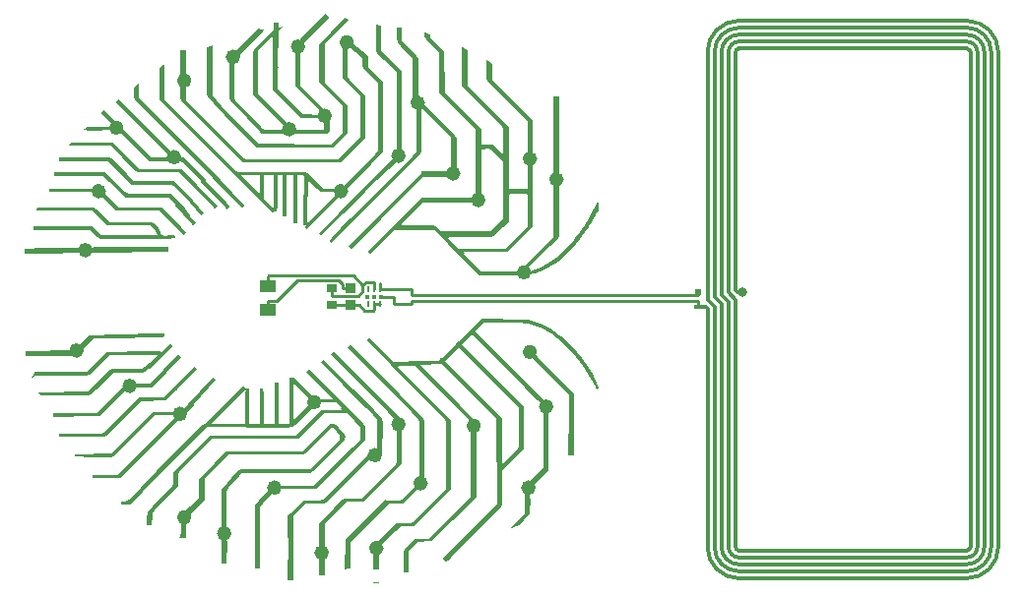
<source format=gtl>
G04 Layer: TopLayer*
G04 EasyEDA v6.5.50, 2025-06-01 17:24:59*
G04 69e65154b6b24189a8545f2fef81dcb9,5ab416c87bd24f2091f84acd62e1526b,10*
G04 Gerber Generator version 0.2*
G04 Scale: 100 percent, Rotated: No, Reflected: No *
G04 Dimensions in millimeters *
G04 leading zeros omitted , absolute positions ,4 integer and 5 decimal *
%FSLAX45Y45*%
%MOMM*%

%AMMACRO1*21,1,$1,$2,0,0,$3*%
%ADD10C,0.2540*%
%ADD11C,0.3000*%
%ADD12R,0.9000X0.8000*%
%ADD13MACRO1,1X1.3995X-90.0000*%
%ADD14R,1.3995X1.0000*%
%ADD15MACRO1,0.864X0.8065X0.0000*%
%ADD16R,0.8640X0.8065*%
%ADD17R,0.2800X0.5000*%
%ADD18R,0.4500X0.3000*%
%ADD19R,0.3000X0.3000*%
%ADD20R,0.7501X0.3000*%
%ADD21C,0.8080*%
%ADD22C,0.6100*%
%ADD23C,0.0100*%

%LPD*%
G36*
X-2716326Y-459638D02*
G01*
X-2720238Y-461111D01*
X-2933750Y-681634D01*
X-2988767Y-737362D01*
X-2981807Y-744321D01*
X-2981807Y-1081074D01*
X-2856331Y-1205687D01*
X-2751886Y-1308557D01*
X-2760980Y-1315212D01*
X-2752293Y-1322374D01*
X-2752293Y-1330502D01*
X-2910078Y-1328826D01*
X-3120034Y-1119784D01*
X-3128060Y-1101344D01*
X-3127959Y-942238D01*
X-3123031Y-921207D01*
X-3126994Y-916432D01*
X-3121863Y-601421D01*
X-3087319Y-568502D01*
X-3090062Y-568502D01*
X-3110687Y-577088D01*
X-3122828Y-577088D01*
X-3120898Y-539851D01*
X-3168243Y-539851D01*
X-3168243Y-598627D01*
X-3312160Y-741781D01*
X-3335985Y-773277D01*
X-3343097Y-793292D01*
X-3343198Y-1150416D01*
X-3338891Y-1156665D01*
X-3297326Y-1156665D01*
X-3297326Y-777240D01*
X-3168243Y-648716D01*
X-3168396Y-670153D01*
X-3173831Y-956564D01*
X-3174238Y-1106220D01*
X-3161842Y-1128369D01*
X-2997555Y-1291742D01*
X-2928721Y-1354785D01*
X-2912770Y-1361694D01*
X-2737154Y-1357985D01*
X-2729382Y-1368602D01*
X-2729382Y-1450340D01*
X-2742184Y-1462227D01*
X-2963113Y-1461414D01*
X-2990850Y-1457096D01*
X-3183991Y-1267256D01*
X-3297326Y-1156665D01*
X-3338891Y-1156665D01*
X-3330752Y-1168450D01*
X-3062122Y-1436166D01*
X-3062122Y-1441958D01*
X-3071571Y-1441958D01*
X-3062122Y-1452422D01*
X-3062122Y-1459128D01*
X-3140964Y-1460449D01*
X-3235655Y-1459077D01*
X-3253740Y-1456131D01*
X-3273094Y-1437640D01*
X-3301390Y-1403299D01*
X-3385159Y-1317396D01*
X-3439769Y-1260094D01*
X-3482035Y-1215339D01*
X-3490722Y-1202842D01*
X-3500983Y-1191717D01*
X-3500983Y-864108D01*
X-3255721Y-610666D01*
X-3257397Y-605028D01*
X-3247644Y-594258D01*
X-3272637Y-594258D01*
X-3288588Y-579018D01*
X-3546652Y-844854D01*
X-3546551Y-1191361D01*
X-3539693Y-1202842D01*
X-3520033Y-1225753D01*
X-3396284Y-1357376D01*
X-3315970Y-1439875D01*
X-3310229Y-1446276D01*
X-3281883Y-1479905D01*
X-3264306Y-1490624D01*
X-2706725Y-1490624D01*
X-2686202Y-1478534D01*
X-2680614Y-1468120D01*
X-2680614Y-1344523D01*
X-2685643Y-1334566D01*
X-2693517Y-1317904D01*
X-2762199Y-1254353D01*
X-2927756Y-1091133D01*
X-2936036Y-1075436D01*
X-2935630Y-748487D01*
X-2745536Y-552754D01*
X-2685034Y-491235D01*
G37*
G36*
X-2552903Y-496671D02*
G01*
X-2676296Y-621690D01*
X-2769108Y-716280D01*
X-2773832Y-733145D01*
X-2773832Y-1049578D01*
X-2574442Y-1248664D01*
X-2574442Y-1484122D01*
X-2598826Y-1511960D01*
X-2670860Y-1584655D01*
X-3287268Y-1581861D01*
X-3302406Y-1576120D01*
X-3341776Y-1532178D01*
X-3450640Y-1420469D01*
X-3519627Y-1348841D01*
X-3611422Y-1254252D01*
X-3693160Y-1167028D01*
X-3693160Y-734415D01*
X-3704386Y-740410D01*
X-3737610Y-747928D01*
X-3738372Y-1151280D01*
X-3731768Y-1168450D01*
X-3724757Y-1180896D01*
X-3717544Y-1188516D01*
X-3680409Y-1231442D01*
X-3628339Y-1285900D01*
X-3585565Y-1331620D01*
X-3419551Y-1499209D01*
X-3416350Y-1504340D01*
X-3321964Y-1602740D01*
X-3302355Y-1610918D01*
X-2647086Y-1610918D01*
X-2593086Y-1554835D01*
X-2552954Y-1512062D01*
X-2528570Y-1484122D01*
X-2528570Y-1255420D01*
X-2535174Y-1242923D01*
X-2578760Y-1197864D01*
X-2726486Y-1052677D01*
X-2726486Y-723646D01*
X-2704134Y-695960D01*
X-2517292Y-510032D01*
G37*
G36*
X-2284730Y-555091D02*
G01*
X-2284730Y-780694D01*
X-2276652Y-796188D01*
X-2214270Y-856335D01*
X-2122678Y-943508D01*
X-2109774Y-963625D01*
X-2109774Y-1681022D01*
X-2441194Y-2010410D01*
X-2503068Y-2067001D01*
X-2500376Y-2074062D01*
X-2607462Y-2179574D01*
X-2777642Y-2346198D01*
X-2753664Y-2369667D01*
X-2372258Y-1996643D01*
X-2373782Y-1989632D01*
X-2177186Y-1798726D01*
X-2073503Y-1695399D01*
X-2063902Y-1675892D01*
X-2063902Y-961034D01*
X-2082546Y-939749D01*
X-2238857Y-786282D01*
X-2238857Y-566775D01*
G37*
G36*
X-2109774Y-576275D02*
G01*
X-2109774Y-677265D01*
X-2098751Y-706272D01*
X-2071065Y-738886D01*
X-1976374Y-836269D01*
X-1969211Y-849071D01*
X-1969211Y-1175461D01*
X-1957171Y-1197102D01*
X-1947011Y-1208532D01*
X-1940560Y-1221079D01*
X-1940560Y-1650441D01*
X-1974545Y-1687880D01*
X-2338476Y-2053386D01*
X-2504186Y-2220264D01*
X-2510586Y-2222347D01*
X-2570175Y-2285034D01*
X-2588361Y-2305405D01*
X-2664460Y-2388412D01*
X-2689606Y-2414828D01*
X-2665120Y-2435758D01*
X-2660954Y-2434234D01*
X-2504998Y-2265273D01*
X-1901748Y-1661007D01*
X-1894636Y-1648206D01*
X-1894636Y-1273962D01*
X-1890572Y-1269898D01*
X-1636471Y-1523542D01*
X-1636471Y-1817116D01*
X-1897532Y-1817116D01*
X-1897583Y-1832864D01*
X-2376525Y-2313533D01*
X-2376525Y-2319680D01*
X-2518511Y-2458110D01*
X-2494584Y-2482392D01*
X-2241753Y-2233930D01*
X-2244648Y-2224786D01*
X-1880514Y-1862937D01*
X-1612087Y-1862886D01*
X-1589735Y-1859178D01*
X-1592935Y-1532178D01*
X-1602689Y-1509318D01*
X-1692402Y-1417828D01*
X-1923237Y-1185621D01*
X-1923338Y-844854D01*
X-1934057Y-827684D01*
X-2015743Y-744626D01*
X-2042363Y-713333D01*
X-2060448Y-693877D01*
X-2064562Y-623519D01*
X-2062327Y-579932D01*
X-2079650Y-579882D01*
G37*
G36*
X-1865934Y-622909D02*
G01*
X-1865934Y-659282D01*
X-1849069Y-682599D01*
X-1741170Y-789279D01*
X-1739747Y-1136954D01*
X-1737004Y-1148791D01*
X-1454353Y-1429054D01*
X-1427073Y-1456944D01*
X-1426819Y-1489202D01*
X-1425600Y-2043328D01*
X-1889302Y-2043328D01*
X-1913280Y-2060092D01*
X-2132153Y-2280107D01*
X-2066747Y-2280107D01*
X-2066747Y-2274214D01*
X-1881632Y-2089150D01*
X-1381201Y-2089150D01*
X-1379880Y-2087727D01*
X-1376883Y-1629511D01*
X-1316634Y-1624888D01*
X-1291234Y-1628597D01*
X-1189024Y-1729333D01*
X-1189024Y-2231999D01*
X-1230122Y-2268169D01*
X-1296568Y-2332482D01*
X-1723389Y-2332583D01*
X-1768144Y-2287574D01*
X-1789938Y-2283968D01*
X-2062937Y-2283917D01*
X-2066747Y-2280107D01*
X-2132153Y-2280107D01*
X-2174392Y-2322576D01*
X-2234539Y-2388311D01*
X-2353614Y-2505151D01*
X-2353614Y-2508961D01*
X-2330805Y-2531211D01*
X-2118664Y-2321153D01*
X-1993087Y-2321153D01*
X-1775764Y-2324963D01*
X-1704527Y-2397048D01*
X-1662480Y-2397048D01*
X-1660855Y-2385568D01*
X-1293723Y-2382723D01*
X-1277874Y-2375662D01*
X-1193292Y-2297074D01*
X-1143101Y-2247696D01*
X-1143101Y-2018741D01*
X-1136243Y-2011832D01*
X-986485Y-2011832D01*
X-979627Y-2018741D01*
X-979627Y-2291283D01*
X-1035761Y-2348331D01*
X-1174699Y-2484374D01*
X-1572463Y-2484374D01*
X-1662480Y-2397048D01*
X-1704527Y-2397048D01*
X-1681886Y-2419959D01*
X-1668525Y-2439974D01*
X-1391107Y-2716428D01*
X-992530Y-2714244D01*
X-966724Y-2710027D01*
X-961237Y-2704896D01*
X-945540Y-2704896D01*
X-941984Y-2699156D01*
X-927912Y-2699156D01*
X-917956Y-2694127D01*
X-894994Y-2687320D01*
X-882091Y-2681986D01*
X-854811Y-2671216D01*
X-814679Y-2651912D01*
X-763066Y-2621330D01*
X-719988Y-2592120D01*
X-662635Y-2546096D01*
X-608939Y-2494381D01*
X-567994Y-2446782D01*
X-552551Y-2426716D01*
X-529183Y-2400655D01*
X-519430Y-2384145D01*
X-514908Y-2384145D01*
X-514908Y-2378456D01*
X-494487Y-2351227D01*
X-486867Y-2341829D01*
X-457555Y-2298496D01*
X-457555Y-2292502D01*
X-452780Y-2292502D01*
X-444804Y-2276754D01*
X-430123Y-2253843D01*
X-421690Y-2236673D01*
X-396595Y-2193696D01*
X-392988Y-2190851D01*
X-371500Y-2157984D01*
X-371500Y-2091639D01*
X-377647Y-2080209D01*
X-385826Y-2087016D01*
X-385826Y-2094738D01*
X-398068Y-2116378D01*
X-425196Y-2167940D01*
X-446735Y-2208022D01*
X-464159Y-2239518D01*
X-490474Y-2279599D01*
X-496265Y-2289098D01*
X-530453Y-2339746D01*
X-570839Y-2393137D01*
X-585216Y-2411526D01*
X-626160Y-2460040D01*
X-706120Y-2537358D01*
X-732332Y-2558694D01*
X-758799Y-2578862D01*
X-808939Y-2611678D01*
X-826160Y-2621584D01*
X-869187Y-2642514D01*
X-894994Y-2654046D01*
X-909319Y-2659735D01*
X-919276Y-2664815D01*
X-928065Y-2664815D01*
X-938021Y-2669946D01*
X-963828Y-2676804D01*
X-973785Y-2681986D01*
X-982471Y-2681986D01*
X-982370Y-2674823D01*
X-977087Y-2666390D01*
X-983081Y-2659176D01*
X-971854Y-2641396D01*
X-840486Y-2509469D01*
X-728624Y-2404872D01*
X-714298Y-2388057D01*
X-707237Y-2375865D01*
X-710946Y-1172768D01*
X-756005Y-1172768D01*
X-755599Y-2379319D01*
X-1007211Y-2631846D01*
X-1029563Y-2659634D01*
X-1062482Y-2681986D01*
X-1379778Y-2681986D01*
X-1527505Y-2534462D01*
X-1527505Y-2530195D01*
X-1516024Y-2530195D01*
X-1516024Y-2525826D01*
X-1527505Y-2518664D01*
X-1527505Y-2513025D01*
X-1161135Y-2513025D01*
X-1133094Y-2488793D01*
X-1055624Y-2414270D01*
X-933703Y-2293620D01*
X-933703Y-1384401D01*
X-941933Y-1368907D01*
X-1283665Y-1028141D01*
X-1283665Y-898652D01*
X-1304188Y-879195D01*
X-1320292Y-863600D01*
X-1335278Y-857859D01*
X-1335278Y-1021080D01*
X-1328115Y-1033881D01*
X-979627Y-1383639D01*
X-979627Y-1958848D01*
X-989330Y-1966010D01*
X-1132027Y-1966010D01*
X-1143101Y-1960118D01*
X-1143101Y-1437995D01*
X-1250696Y-1329486D01*
X-1498752Y-1082598D01*
X-1500225Y-770839D01*
X-1537512Y-751484D01*
X-1542948Y-746048D01*
X-1547571Y-746048D01*
X-1547571Y-1079093D01*
X-1462938Y-1165402D01*
X-1197762Y-1432052D01*
X-1189177Y-1443380D01*
X-1189024Y-1659585D01*
X-1199134Y-1659585D01*
X-1256436Y-1601876D01*
X-1282090Y-1583994D01*
X-1376883Y-1583690D01*
X-1379778Y-1460296D01*
X-1389227Y-1445920D01*
X-1675892Y-1163269D01*
X-1692402Y-1142695D01*
X-1695297Y-786180D01*
X-1820062Y-661517D01*
X-1820062Y-642670D01*
X-1841550Y-634339D01*
X-1862785Y-622909D01*
G37*
G36*
X-2542387Y-660552D02*
G01*
X-2571953Y-694486D01*
X-2568397Y-700227D01*
X-2574442Y-700227D01*
X-2574442Y-1010310D01*
X-2422448Y-1163370D01*
X-2422448Y-1522476D01*
X-2611475Y-1711147D01*
X-3403396Y-1711045D01*
X-3419195Y-1704339D01*
X-3779570Y-1343152D01*
X-3846626Y-1271828D01*
X-3914038Y-1203655D01*
X-3914038Y-1041044D01*
X-3919778Y-1041044D01*
X-3919778Y-860602D01*
X-3914038Y-860602D01*
X-3914038Y-806196D01*
X-3919778Y-806196D01*
X-3919778Y-777544D01*
X-3965651Y-777544D01*
X-3965651Y-1183487D01*
X-3957167Y-1203858D01*
X-3927297Y-1240078D01*
X-3748836Y-1420469D01*
X-3674719Y-1497787D01*
X-3433368Y-1739798D01*
X-2589428Y-1739798D01*
X-2379472Y-1529283D01*
X-2379421Y-1169670D01*
X-2391714Y-1145540D01*
X-2513482Y-1025245D01*
X-2528620Y-1004620D01*
X-2527147Y-733704D01*
X-2458313Y-792632D01*
X-2421178Y-827684D01*
X-2399487Y-849376D01*
X-2399487Y-920750D01*
X-2394153Y-920750D01*
X-2390241Y-933653D01*
X-2264765Y-1057097D01*
X-2264613Y-1639722D01*
X-2291892Y-1669643D01*
X-2548178Y-1927352D01*
X-2578608Y-1960778D01*
X-2598115Y-1968906D01*
X-2733395Y-1968906D01*
X-2874213Y-1830019D01*
X-2887065Y-1822856D01*
X-3470859Y-1822653D01*
X-3482340Y-1814068D01*
X-4100474Y-1197559D01*
X-4100474Y-891133D01*
X-4113377Y-902766D01*
X-4146346Y-923544D01*
X-4146346Y-1196289D01*
X-3860952Y-1484985D01*
X-3496236Y-1851456D01*
X-3163925Y-1851456D01*
X-3165805Y-2127808D01*
X-3168446Y-2130399D01*
X-3248558Y-2050592D01*
X-3248558Y-1851456D01*
X-3282950Y-1851456D01*
X-3282950Y-2016099D01*
X-3446475Y-1852930D01*
X-3446475Y-1851456D01*
X-3496236Y-1851456D01*
X-3327450Y-2021078D01*
X-3170834Y-2173122D01*
X-3164230Y-2166467D01*
X-3134664Y-2166467D01*
X-3130956Y-2122678D01*
X-3130956Y-1851456D01*
X-3085033Y-1851456D01*
X-3085033Y-2203704D01*
X-3050641Y-2203704D01*
X-3050641Y-1851456D01*
X-2991815Y-1851456D01*
X-2993694Y-2261006D01*
X-2962554Y-2261006D01*
X-2958846Y-2199944D01*
X-2958846Y-1851456D01*
X-2913329Y-1851456D01*
X-2900019Y-1856486D01*
X-2906701Y-2182266D01*
X-2872790Y-2182266D01*
X-2866491Y-1893011D01*
X-2864662Y-1891080D01*
X-2788158Y-1968296D01*
X-2756966Y-1994662D01*
X-2605328Y-1994662D01*
X-2731770Y-2124964D01*
X-2872486Y-2268169D01*
X-2872790Y-2182266D01*
X-2906701Y-2182266D01*
X-2907182Y-2283917D01*
X-2886151Y-2283917D01*
X-2898546Y-2297125D01*
X-2876854Y-2318258D01*
X-2873248Y-2318258D01*
X-2445105Y-1879447D01*
X-2448356Y-1876196D01*
X-2329027Y-1755546D01*
X-2260346Y-1684375D01*
X-2228189Y-1652117D01*
X-2221636Y-1639925D01*
X-2221636Y-1051661D01*
X-2353614Y-918819D01*
X-2353665Y-821944D01*
G37*
G36*
X-4326331Y-1058214D02*
G01*
X-4367225Y-1097534D01*
X-4366666Y-1179931D01*
X-4359046Y-1193800D01*
X-3754577Y-1798472D01*
X-3686200Y-1872945D01*
X-3660190Y-1898548D01*
X-3660190Y-1902409D01*
X-3442157Y-2132025D01*
X-3439312Y-2132126D01*
X-3414979Y-2110638D01*
X-3624478Y-1890979D01*
X-3633724Y-1872945D01*
X-4314037Y-1192682D01*
X-4321149Y-1179931D01*
X-4321352Y-1058214D01*
G37*
G36*
X-4492040Y-1202029D02*
G01*
X-4517847Y-1218742D01*
X-4516323Y-1222857D01*
X-4119118Y-1620977D01*
X-4067505Y-1674063D01*
X-4080713Y-1677517D01*
X-4068470Y-1690522D01*
X-4074312Y-1694078D01*
X-4116273Y-1699514D01*
X-4214774Y-1699717D01*
X-4492091Y-1420469D01*
X-4569460Y-1340408D01*
X-4619650Y-1290167D01*
X-4624527Y-1290167D01*
X-4647793Y-1306982D01*
X-4651756Y-1313383D01*
X-4565192Y-1401775D01*
X-4565853Y-1423314D01*
X-4563719Y-1431950D01*
X-4749952Y-1433423D01*
X-4755642Y-1439113D01*
X-4766259Y-1439113D01*
X-4787341Y-1453388D01*
X-4794300Y-1453388D01*
X-4797348Y-1458315D01*
X-4793691Y-1462024D01*
X-4774895Y-1462024D01*
X-4771237Y-1467916D01*
X-4501794Y-1463954D01*
X-4236415Y-1728317D01*
X-3959910Y-1728317D01*
X-3959910Y-1733194D01*
X-3948531Y-1738375D01*
X-3790035Y-1895856D01*
X-3789273Y-1905507D01*
X-3591306Y-2115616D01*
X-3567379Y-2142134D01*
X-3542690Y-2117852D01*
X-3571748Y-2087727D01*
X-3746246Y-1901952D01*
X-3744620Y-1890318D01*
X-3926941Y-1708099D01*
X-3943604Y-1699717D01*
X-3992829Y-1699717D01*
G37*
G36*
X-4547108Y-1567891D02*
G01*
X-4909515Y-1569415D01*
X-4923485Y-1592834D01*
X-4776520Y-1596593D01*
X-4571288Y-1596593D01*
X-4555134Y-1602536D01*
X-4466183Y-1695094D01*
X-4345736Y-1817522D01*
X-4326382Y-1825701D01*
X-3979418Y-1825701D01*
X-3832301Y-1970176D01*
X-3683812Y-2130704D01*
X-3674313Y-2140762D01*
X-3650437Y-2116378D01*
X-3820922Y-1933092D01*
X-3947007Y-1809546D01*
X-3961333Y-1800758D01*
X-4190847Y-1797151D01*
X-4314190Y-1797253D01*
X-4526432Y-1583385D01*
G37*
G36*
X-4934610Y-1693570D02*
G01*
X-4938420Y-1699717D01*
X-5012639Y-1699717D01*
X-5012639Y-1724507D01*
X-5008829Y-1728317D01*
X-4586833Y-1728317D01*
X-4382973Y-1931365D01*
X-4038803Y-1933143D01*
X-4024477Y-1939848D01*
X-3928719Y-2036165D01*
X-3792931Y-2196541D01*
X-3789273Y-2197963D01*
X-3764991Y-2176526D01*
X-3896817Y-2021890D01*
X-3896817Y-2015947D01*
X-3998671Y-1915414D01*
X-4016756Y-1903018D01*
X-4365548Y-1903018D01*
X-4428896Y-1838452D01*
X-4556252Y-1706168D01*
X-4580940Y-1694942D01*
G37*
G36*
X-5052822Y-1828546D02*
G01*
X-5052822Y-1856587D01*
X-5043525Y-1860143D01*
X-4633214Y-1859940D01*
X-4620412Y-1868271D01*
X-4574946Y-1913026D01*
X-4446117Y-2036673D01*
X-4431792Y-2044801D01*
X-4063847Y-2046478D01*
X-4007256Y-2103729D01*
X-4007256Y-2108758D01*
X-3864660Y-2276754D01*
X-3860952Y-2278176D01*
X-3836670Y-2256688D01*
X-3882034Y-2203958D01*
X-3885946Y-2191562D01*
X-3906875Y-2164486D01*
X-3947007Y-2114499D01*
X-3978554Y-2078837D01*
X-4028998Y-2023618D01*
X-4046880Y-2014728D01*
X-4412030Y-2014728D01*
X-4440377Y-1996846D01*
X-4610201Y-1828546D01*
G37*
G36*
X-5095849Y-1968906D02*
G01*
X-5095849Y-1993849D01*
X-5060543Y-1997506D01*
X-4683556Y-1997506D01*
X-4661255Y-2012645D01*
X-4517339Y-2157882D01*
X-4148683Y-2157882D01*
X-4132173Y-2169617D01*
X-4072737Y-2230932D01*
X-3944772Y-2365502D01*
X-3941064Y-2367026D01*
X-3918915Y-2344369D01*
X-3957878Y-2302510D01*
X-3982821Y-2263851D01*
X-3987647Y-2263851D01*
X-4113377Y-2137410D01*
X-4128871Y-2129282D01*
X-4496663Y-2129282D01*
X-4528769Y-2099208D01*
X-4623968Y-2005025D01*
X-4662474Y-1968906D01*
G37*
G36*
X-5195366Y-2129282D02*
G01*
X-5205831Y-2153615D01*
X-5208168Y-2157882D01*
X-4729327Y-2157882D01*
X-4712868Y-2166366D01*
X-4603648Y-2273909D01*
X-4591050Y-2281021D01*
X-4233418Y-2281021D01*
X-4191965Y-2316835D01*
X-4166615Y-2368092D01*
X-4168343Y-2369820D01*
X-4632553Y-2370175D01*
X-4643221Y-2369820D01*
X-4722520Y-2292502D01*
X-5218684Y-2292502D01*
X-5227777Y-2289048D01*
X-5227777Y-2321153D01*
X-4754422Y-2321153D01*
X-4741621Y-2328316D01*
X-4732985Y-2336952D01*
X-4711547Y-2352852D01*
X-4676902Y-2386787D01*
X-4655972Y-2402738D01*
X-4509211Y-2402738D01*
X-4081830Y-2401163D01*
X-4022598Y-2394762D01*
X-4014419Y-2386584D01*
X-4014419Y-2373071D01*
X-4023563Y-2363978D01*
X-4061764Y-2367584D01*
X-4093311Y-2371242D01*
X-4131208Y-2369566D01*
X-4147261Y-2328316D01*
X-4164228Y-2293924D01*
X-4177741Y-2275941D01*
X-4212285Y-2252421D01*
X-4571441Y-2252421D01*
X-4589526Y-2239721D01*
X-4684217Y-2145588D01*
X-4709718Y-2129282D01*
G37*
G36*
X-4066032Y-2466340D02*
G01*
X-4279747Y-2469997D01*
X-5146040Y-2478786D01*
X-5308092Y-2482138D01*
X-5308092Y-2527350D01*
X-5283708Y-2527249D01*
X-4090415Y-2513076D01*
X-4066032Y-2513025D01*
G37*
G36*
X-1376883Y-3088487D02*
G01*
X-1571904Y-3283356D01*
X-1577695Y-3283508D01*
X-1599184Y-3303473D01*
X-1597761Y-3308096D01*
X-1713636Y-3427476D01*
X-1722678Y-3420008D01*
X-1734108Y-3437940D01*
X-1746961Y-3446373D01*
X-1878919Y-3451555D01*
X-1691589Y-3451555D01*
X-1571955Y-3331616D01*
X-1457198Y-3450640D01*
X-1059129Y-3848303D01*
X-1054303Y-3869029D01*
X-1054455Y-4186885D01*
X-1061364Y-4202531D01*
X-1195679Y-4337253D01*
X-1200454Y-4337253D01*
X-1200454Y-3953306D01*
X-1208328Y-3934561D01*
X-1691589Y-3451555D01*
X-1878919Y-3451555D01*
X-2135073Y-3461664D01*
X-2237486Y-3356406D01*
X-2339136Y-3250590D01*
X-2362200Y-3273094D01*
X-2361996Y-3276193D01*
X-2158542Y-3487623D01*
X-2158542Y-3495294D01*
X-2150364Y-3495294D01*
X-2082952Y-3566871D01*
X-2076297Y-3566871D01*
X-1988159Y-3657092D01*
X-1694129Y-3953306D01*
X-1683816Y-3972102D01*
X-1682191Y-4539132D01*
X-1685391Y-4552188D01*
X-1970887Y-4837480D01*
X-1987600Y-4848402D01*
X-2096871Y-4848910D01*
X-2102612Y-4844846D01*
X-2302002Y-5030266D01*
X-2307691Y-5030266D01*
X-2307691Y-5248656D01*
X-2289759Y-5245049D01*
X-2261819Y-5245049D01*
X-2261819Y-5051348D01*
X-2114092Y-4915103D01*
X-2070811Y-4873701D01*
X-1979269Y-4876241D01*
X-1961235Y-4871313D01*
X-1847850Y-4762500D01*
X-1656080Y-4573524D01*
X-1639366Y-4549546D01*
X-1639417Y-3966362D01*
X-1644345Y-3958691D01*
X-2022500Y-3579774D01*
X-2101443Y-3496970D01*
X-2090978Y-3493058D01*
X-1947722Y-3488994D01*
X-1715363Y-3723081D01*
X-1669694Y-3771646D01*
X-1479600Y-3963517D01*
X-1471574Y-3977843D01*
X-1469999Y-4622190D01*
X-1827530Y-4978704D01*
X-1923034Y-4978704D01*
X-1951075Y-4984750D01*
X-2040382Y-5074666D01*
X-2048713Y-5094884D01*
X-2046579Y-5262981D01*
X-2043480Y-5267960D01*
X-2000554Y-5267960D01*
X-2001012Y-5111902D01*
X-2000757Y-5082082D01*
X-1926742Y-5005933D01*
X-1808886Y-5003088D01*
X-1432001Y-4633620D01*
X-1424228Y-4615230D01*
X-1424228Y-3985920D01*
X-1437132Y-3962095D01*
X-1543456Y-3854704D01*
X-1562811Y-3831793D01*
X-1861769Y-3528212D01*
X-1901342Y-3486708D01*
X-1721561Y-3479444D01*
X-1719529Y-3473348D01*
X-1548993Y-3640785D01*
X-1497380Y-3692093D01*
X-1246682Y-3946347D01*
X-1246378Y-4688535D01*
X-1652879Y-5094732D01*
X-1712874Y-5152745D01*
X-1682496Y-5179466D01*
X-1639417Y-5150459D01*
X-1640789Y-5140045D01*
X-1505966Y-5000294D01*
X-1206500Y-4699508D01*
X-1200454Y-4683404D01*
X-1200454Y-4393895D01*
X-1118717Y-4310481D01*
X-1041298Y-4232402D01*
X-1011174Y-4200144D01*
X-1011174Y-3846829D01*
X-1548739Y-3308959D01*
X-1457807Y-3218027D01*
X-1121613Y-3554323D01*
X-1001115Y-3679596D01*
X-894638Y-3785971D01*
X-847648Y-3830116D01*
X-846785Y-4249877D01*
X-848106Y-4367326D01*
X-1008634Y-4527702D01*
X-1006856Y-4763008D01*
X-1140307Y-4899406D01*
X-1138275Y-4901488D01*
X-1095756Y-4882286D01*
X-1052779Y-4866030D01*
X-1033475Y-4848402D01*
X-984097Y-4791151D01*
X-980897Y-4788306D01*
X-960983Y-4762754D01*
X-958087Y-4639360D01*
X-962406Y-4637481D01*
X-962406Y-4547616D01*
X-801776Y-4387596D01*
X-801776Y-3821785D01*
X-809701Y-3821785D01*
X-1176121Y-3451351D01*
X-1433068Y-3193592D01*
X-1408531Y-3167380D01*
X-1362659Y-3120136D01*
X-1047038Y-3120542D01*
X-998270Y-3125774D01*
X-969568Y-3131312D01*
X-943762Y-3136900D01*
X-920800Y-3143453D01*
X-907796Y-3146602D01*
X-904697Y-3151632D01*
X-896366Y-3151632D01*
X-869187Y-3163671D01*
X-831900Y-3181553D01*
X-794613Y-3203803D01*
X-763828Y-3224682D01*
X-747928Y-3236112D01*
X-725779Y-3253181D01*
X-691337Y-3281679D01*
X-626262Y-3344926D01*
X-585216Y-3392627D01*
X-565099Y-3417519D01*
X-531114Y-3462375D01*
X-515620Y-3479546D01*
X-478790Y-3533952D01*
X-422859Y-3625596D01*
X-419608Y-3635603D01*
X-414528Y-3635603D01*
X-414528Y-3641648D01*
X-392531Y-3674262D01*
X-384454Y-3692906D01*
X-380238Y-3692906D01*
X-371094Y-3678986D01*
X-379679Y-3665677D01*
X-388366Y-3634181D01*
X-400354Y-3599840D01*
X-418795Y-3562604D01*
X-451815Y-3511042D01*
X-457555Y-3504133D01*
X-457555Y-3499256D01*
X-467868Y-3488131D01*
X-492963Y-3450894D01*
X-496570Y-3448050D01*
X-510336Y-3427984D01*
X-513638Y-3425139D01*
X-533501Y-3399332D01*
X-540816Y-3391712D01*
X-556463Y-3370732D01*
X-585876Y-3339236D01*
X-605282Y-3316376D01*
X-656894Y-3264611D01*
X-669950Y-3255517D01*
X-691337Y-3236061D01*
X-706323Y-3226511D01*
X-714298Y-3218535D01*
X-783894Y-3172002D01*
X-851966Y-3137814D01*
X-897839Y-3119526D01*
X-926541Y-3110992D01*
X-936498Y-3105810D01*
X-950569Y-3105810D01*
X-953719Y-3100730D01*
X-975309Y-3097072D01*
X-1006856Y-3090722D01*
G37*
G36*
X-4103319Y-3208934D02*
G01*
X-4159300Y-3209290D01*
X-4503470Y-3223869D01*
X-4741570Y-3227527D01*
X-4747869Y-3223260D01*
X-4883607Y-3360420D01*
X-5289448Y-3363214D01*
X-5299506Y-3363569D01*
X-5298490Y-3385007D01*
X-5296255Y-3410051D01*
X-4864912Y-3406241D01*
X-4717440Y-3257600D01*
X-4365244Y-3257600D01*
X-4348581Y-3249726D01*
X-4122013Y-3243021D01*
X-4103319Y-3240176D01*
G37*
G36*
X-4054094Y-3299866D02*
G01*
X-4131157Y-3374999D01*
X-4134916Y-3374999D01*
X-4134916Y-3362655D01*
X-4259681Y-3366414D01*
X-4598162Y-3370072D01*
X-4680762Y-3450894D01*
X-4771339Y-3542537D01*
X-5222036Y-3542537D01*
X-5222036Y-3555644D01*
X-5232908Y-3576929D01*
X-5244998Y-3587800D01*
X-5244998Y-3592677D01*
X-5240985Y-3592677D01*
X-5224526Y-3576929D01*
X-4767478Y-3575253D01*
X-4761941Y-3569766D01*
X-4752086Y-3569766D01*
X-4750003Y-3565448D01*
X-4580940Y-3398215D01*
X-4156659Y-3398977D01*
X-4219498Y-3458514D01*
X-4231030Y-3463086D01*
X-4276902Y-3500932D01*
X-4297476Y-3518458D01*
X-4557318Y-3518408D01*
X-4569460Y-3524808D01*
X-4763566Y-3715664D01*
X-5181396Y-3717239D01*
X-5185156Y-3720998D01*
X-5174691Y-3750462D01*
X-5137404Y-3745890D01*
X-5077206Y-3745992D01*
X-4755896Y-3747719D01*
X-4741570Y-3742232D01*
X-4689957Y-3694531D01*
X-4545939Y-3552545D01*
X-4292854Y-3552545D01*
X-4271162Y-3540556D01*
X-4239006Y-3512769D01*
X-4233164Y-3518611D01*
X-4031640Y-3325774D01*
X-4031640Y-3321761D01*
G37*
G36*
X-2500884Y-3311753D02*
G01*
X-2525369Y-3335782D01*
X-2235149Y-3629710D01*
X-2230729Y-3626967D01*
X-2219198Y-3641598D01*
X-2053843Y-3811625D01*
X-2007920Y-3860088D01*
X-1982114Y-3886301D01*
X-1917801Y-3955440D01*
X-1911857Y-3971036D01*
X-1911857Y-4486351D01*
X-1921408Y-4501896D01*
X-2062429Y-4644034D01*
X-2077516Y-4652060D01*
X-2193290Y-4652721D01*
X-2201418Y-4645914D01*
X-2545791Y-4985867D01*
X-2548280Y-4994503D01*
X-2552293Y-5248198D01*
X-2524861Y-5233619D01*
X-2506218Y-5233619D01*
X-2503220Y-5123332D01*
X-2502865Y-5008778D01*
X-2277567Y-4785258D01*
X-2170836Y-4680915D01*
X-2054707Y-4680915D01*
X-2038654Y-4669485D01*
X-1967534Y-4596434D01*
X-1927606Y-4553813D01*
X-1883257Y-4509414D01*
X-1865934Y-4482185D01*
X-1865934Y-3965651D01*
X-1875231Y-3943553D01*
X-2077212Y-3740150D01*
X-2131110Y-3682847D01*
X-2326335Y-3485692D01*
X-2351989Y-3462375D01*
G37*
G36*
X-956005Y-3348634D02*
G01*
X-960983Y-3350006D01*
X-984961Y-3371087D01*
X-646734Y-3708654D01*
X-623925Y-3737813D01*
X-624484Y-3889044D01*
X-631088Y-4262780D01*
X-584708Y-4262780D01*
X-579780Y-4015079D01*
X-579120Y-3737305D01*
X-584606Y-3725824D01*
X-895654Y-3413658D01*
G37*
G36*
X-2650490Y-3369056D02*
G01*
X-2674416Y-3393643D01*
X-2396236Y-3677158D01*
X-2390546Y-3675583D01*
X-2278380Y-3788816D01*
X-2182926Y-3888790D01*
X-2116937Y-3955287D01*
X-2109774Y-3967734D01*
X-2109978Y-4324350D01*
X-2117090Y-4337100D01*
X-2360777Y-4583176D01*
X-2408936Y-4635093D01*
X-2557068Y-4635093D01*
X-2577439Y-4646523D01*
X-2601722Y-4671263D01*
X-2644546Y-4716678D01*
X-2764028Y-4838700D01*
X-2770733Y-4854143D01*
X-2770987Y-5299710D01*
X-2727909Y-5298033D01*
X-2726232Y-5265115D01*
X-2720441Y-5265115D01*
X-2723388Y-5260289D01*
X-2724759Y-4845558D01*
X-2555798Y-4674514D01*
X-2538628Y-4663744D01*
X-2392476Y-4663694D01*
X-2197252Y-4466894D01*
X-2063902Y-4328972D01*
X-2063902Y-3958742D01*
X-2294788Y-3723081D01*
X-2524252Y-3495649D01*
G37*
G36*
X-3982720Y-3393846D02*
G01*
X-4110278Y-3525367D01*
X-4231741Y-3647084D01*
X-4427575Y-3647084D01*
X-4440377Y-3654247D01*
X-4682794Y-3894785D01*
X-4732985Y-3898493D01*
X-5064252Y-3899103D01*
X-5064252Y-3929126D01*
X-4701438Y-3927856D01*
X-4664659Y-3924300D01*
X-4566615Y-3829659D01*
X-4420311Y-3682796D01*
X-4403699Y-3675430D01*
X-4240682Y-3679037D01*
X-4213453Y-3675329D01*
X-4084523Y-3548278D01*
X-3958894Y-3417620D01*
G37*
G36*
X-2733954Y-3437991D02*
G01*
X-2755595Y-3460140D01*
X-2378608Y-3853535D01*
X-2371394Y-3850792D01*
X-2309114Y-3915054D01*
X-2277567Y-3951833D01*
X-2277567Y-4253941D01*
X-2289048Y-4262577D01*
X-2352141Y-4262983D01*
X-2363622Y-4271467D01*
X-2740812Y-4646828D01*
X-2776220Y-4652518D01*
X-2908655Y-4650841D01*
X-2920644Y-4659426D01*
X-3023362Y-4758436D01*
X-3042716Y-4782566D01*
X-3038602Y-5165547D01*
X-3044901Y-5161686D01*
X-3043529Y-5166309D01*
X-3041954Y-5336692D01*
X-2996996Y-5336692D01*
X-2992983Y-5214315D01*
X-2993796Y-4781245D01*
X-2900629Y-4684064D01*
X-2892399Y-4680915D01*
X-2735732Y-4680915D01*
X-2719324Y-4672533D01*
X-2621788Y-4573066D01*
X-2512771Y-4467910D01*
X-2334260Y-4291431D01*
X-2261666Y-4291431D01*
X-2239721Y-4277614D01*
X-2228799Y-4255617D01*
X-2227021Y-3983583D01*
X-2233523Y-3953611D01*
X-2242159Y-3936339D01*
X-2300427Y-3874719D01*
X-2380843Y-3791661D01*
X-2473807Y-3693668D01*
X-2493873Y-3684168D01*
X-2729941Y-3437991D01*
G37*
G36*
X-3852367Y-3498392D02*
G01*
X-3946550Y-3596944D01*
X-4098391Y-3753307D01*
X-4120337Y-3764483D01*
X-4325416Y-3764483D01*
X-4626813Y-4064304D01*
X-4644948Y-4076649D01*
X-5012639Y-4076649D01*
X-5012639Y-4090111D01*
X-4998567Y-4105249D01*
X-4621987Y-4105249D01*
X-4603902Y-4093006D01*
X-4304131Y-3794556D01*
X-4096156Y-3791712D01*
X-4084218Y-3783076D01*
X-4002227Y-3705758D01*
X-3990035Y-3691686D01*
X-3828237Y-3521964D01*
G37*
G36*
X-2857093Y-3521049D02*
G01*
X-2881426Y-3545332D01*
X-2644749Y-3781653D01*
X-2800959Y-3781653D01*
X-2995472Y-3595522D01*
X-3030524Y-3595522D01*
X-3030524Y-3644188D01*
X-2992628Y-3644188D01*
X-2829763Y-3800348D01*
X-2996133Y-3966362D01*
X-2996133Y-3644188D01*
X-3030524Y-3644188D01*
X-3030524Y-3990746D01*
X-3125216Y-3990746D01*
X-3125216Y-3635603D01*
X-3159607Y-3635603D01*
X-3159607Y-3990746D01*
X-3251403Y-3990746D01*
X-3251453Y-3734409D01*
X-3255111Y-3687165D01*
X-3286048Y-3687165D01*
X-3284423Y-3990746D01*
X-3373323Y-3990746D01*
X-3371646Y-3684320D01*
X-3405174Y-3684320D01*
X-3424428Y-3664458D01*
X-3754831Y-3989628D01*
X-3756829Y-3990441D01*
X-3706063Y-3990441D01*
X-3408019Y-3695750D01*
X-3402634Y-3695750D01*
X-3406241Y-3725824D01*
X-3406292Y-3990746D01*
X-3756829Y-3990441D01*
X-3772865Y-3996893D01*
X-4024477Y-4250080D01*
X-4311294Y-4542028D01*
X-4357116Y-4590694D01*
X-4411726Y-4645101D01*
X-4428032Y-4656328D01*
X-4447184Y-4662932D01*
X-4476242Y-4660138D01*
X-4476242Y-4686604D01*
X-4400702Y-4686604D01*
X-4288129Y-4574743D01*
X-4279747Y-4561382D01*
X-4164990Y-4441952D01*
X-3918762Y-4194403D01*
X-3914648Y-4195470D01*
X-3737610Y-4021175D01*
X-3057804Y-4022191D01*
X-3007207Y-4016806D01*
X-2980791Y-4001363D01*
X-2877362Y-3894785D01*
X-2801213Y-3818890D01*
X-2782417Y-3807460D01*
X-2618790Y-3807460D01*
X-2580182Y-3846271D01*
X-2580182Y-3856126D01*
X-2586075Y-3856126D01*
X-2577338Y-3869486D01*
X-2581148Y-3873296D01*
X-2753715Y-3873500D01*
X-2765196Y-3882085D01*
X-2978607Y-4093819D01*
X-3710635Y-4093819D01*
X-3726129Y-4101998D01*
X-4028744Y-4404766D01*
X-4028744Y-4505553D01*
X-4036923Y-4521200D01*
X-4173626Y-4664659D01*
X-4208018Y-4699711D01*
X-4238752Y-4733544D01*
X-4248150Y-4747869D01*
X-4252417Y-4825542D01*
X-4255871Y-4861306D01*
X-4218076Y-4861306D01*
X-4218076Y-4838598D01*
X-4206189Y-4817414D01*
X-4201972Y-4750511D01*
X-4188917Y-4733899D01*
X-4043883Y-4584903D01*
X-3986174Y-4522165D01*
X-3982821Y-4504486D01*
X-3983228Y-4418787D01*
X-3977589Y-4403953D01*
X-3809339Y-4232910D01*
X-3699662Y-4122470D01*
X-2963113Y-4122267D01*
X-2950006Y-4115003D01*
X-2742285Y-3908704D01*
X-2726232Y-3901948D01*
X-2524963Y-3901948D01*
X-2498445Y-3931869D01*
X-2466492Y-3966362D01*
X-2417318Y-4022090D01*
X-2419096Y-4060901D01*
X-2423058Y-4133646D01*
X-2489860Y-4195470D01*
X-2821482Y-4523486D01*
X-3172561Y-4523028D01*
X-3294989Y-4656531D01*
X-3325977Y-4690059D01*
X-3326180Y-5234584D01*
X-3321100Y-5239613D01*
X-3281527Y-5237886D01*
X-3278682Y-4707839D01*
X-3255721Y-4681372D01*
X-3138119Y-4552238D01*
X-2799689Y-4552035D01*
X-2435352Y-4189526D01*
X-2385974Y-4143095D01*
X-2373680Y-4125874D01*
X-2373680Y-4017619D01*
X-2391054Y-3994048D01*
X-2389428Y-3988866D01*
X-2544368Y-3829304D01*
X-2584500Y-3790340D01*
G37*
G36*
X-3691890Y-3590188D02*
G01*
X-3896664Y-3823208D01*
X-3949903Y-3877818D01*
X-3967987Y-3890467D01*
X-4198112Y-3890467D01*
X-4219498Y-3904183D01*
X-4563719Y-4246930D01*
X-4870653Y-4250486D01*
X-4872075Y-4251350D01*
X-4872075Y-4273296D01*
X-4724857Y-4277106D01*
X-4563719Y-4277055D01*
X-4540808Y-4273499D01*
X-4184802Y-3919118D01*
X-4021124Y-3919118D01*
X-4017264Y-3922979D01*
X-4029760Y-3936288D01*
X-4017314Y-3936288D01*
X-4017416Y-3940606D01*
X-4509668Y-4431690D01*
X-4721504Y-4433163D01*
X-4721504Y-4458970D01*
X-4493006Y-4460443D01*
X-4465370Y-4446625D01*
X-4440529Y-4418838D01*
X-4302252Y-4278528D01*
X-4262526Y-4235145D01*
X-3917899Y-3890162D01*
X-3912615Y-3891787D01*
X-3850944Y-3828440D01*
X-3850944Y-3823004D01*
X-3667556Y-3614115D01*
X-3667861Y-3611270D01*
G37*
G36*
X-2643987Y-3989984D02*
G01*
X-2674213Y-3990238D01*
X-2691841Y-3999331D01*
X-2920746Y-4228439D01*
X-3572764Y-4228439D01*
X-3585311Y-4235602D01*
X-3613556Y-4264202D01*
X-3674160Y-4327194D01*
X-3799078Y-4453737D01*
X-3805021Y-4469333D01*
X-3805021Y-4634026D01*
X-3956964Y-4773980D01*
X-3960012Y-4927701D01*
X-3966667Y-4940046D01*
X-3970680Y-4960112D01*
X-3974896Y-4970119D01*
X-3959606Y-4970119D01*
X-3963111Y-4975860D01*
X-3914038Y-4975860D01*
X-3914038Y-4917135D01*
X-3910228Y-4792573D01*
X-3753459Y-4648911D01*
X-3759504Y-4637633D01*
X-3759047Y-4484725D01*
X-3755542Y-4456074D01*
X-3556863Y-4257040D01*
X-2910941Y-4257040D01*
X-2894279Y-4248759D01*
X-2750870Y-4105960D01*
X-2671775Y-4025646D01*
X-2657398Y-4022039D01*
X-2641854Y-4031234D01*
X-2620365Y-4060901D01*
X-2605532Y-4078071D01*
X-2598166Y-4095546D01*
X-2597454Y-4126737D01*
X-2851099Y-4377944D01*
X-2864561Y-4383074D01*
X-3442868Y-4383074D01*
X-3461054Y-4386681D01*
X-3482340Y-4409643D01*
X-3565499Y-4496155D01*
X-3597046Y-4532528D01*
X-3609797Y-4556302D01*
X-3609949Y-4646523D01*
X-3615690Y-4646523D01*
X-3615690Y-5107584D01*
X-3609949Y-5107584D01*
X-3609949Y-5181701D01*
X-3615690Y-5185257D01*
X-3615690Y-5196382D01*
X-3567379Y-5196382D01*
X-3565499Y-5011115D01*
X-3558032Y-5002072D01*
X-3570224Y-5005273D01*
X-3566769Y-4587798D01*
X-3563670Y-4553762D01*
X-3557625Y-4541977D01*
X-3510991Y-4493209D01*
X-3459378Y-4436668D01*
X-3447897Y-4420666D01*
X-3432657Y-4411675D01*
X-2850540Y-4411675D01*
X-2828340Y-4402582D01*
X-2635707Y-4209796D01*
X-2552344Y-4123893D01*
X-2548432Y-4097731D01*
X-2552954Y-4085945D01*
X-2578760Y-4055414D01*
X-2604617Y-4026509D01*
X-2617876Y-4007916D01*
G37*
G36*
X-2261819Y-5351018D02*
G01*
X-2291943Y-5351678D01*
X-2308199Y-5355336D01*
X-2303881Y-5359603D01*
X-2261819Y-5359603D01*
G37*
D10*
X-2248712Y-2830601D02*
G01*
X-2248712Y-2777693D01*
X863600Y-2857500D02*
G01*
X822604Y-2857500D01*
X806094Y-2840989D01*
X806094Y-791006D01*
X806195Y-788543D01*
X806500Y-786079D01*
X807008Y-783666D01*
X807694Y-781304D01*
X808609Y-779018D01*
X809675Y-776782D01*
X810945Y-774674D01*
X812368Y-772668D01*
X813943Y-770762D01*
X815695Y-769010D01*
X817575Y-767410D01*
X819556Y-765962D01*
X821690Y-764692D01*
X823899Y-763600D01*
X826185Y-762685D01*
X828547Y-761974D01*
X830961Y-761441D01*
X833399Y-761136D01*
X835863Y-761009D01*
X836091Y-761009D01*
X-3213100Y-3013329D02*
G01*
X-3213100Y-2935401D01*
X-2501900Y-2820263D02*
G01*
X-2573020Y-2820263D01*
X-2398598Y-2800375D02*
G01*
X-2398598Y-2853131D01*
X-2438984Y-2893517D01*
X-2667000Y-2893517D01*
X-2298700Y-2777693D02*
G01*
X-2304186Y-2772206D01*
X-2370429Y-2772206D01*
X-2398598Y-2800375D01*
X-3213100Y-2803270D02*
G01*
X-3213100Y-2725343D01*
X-2667000Y-2825597D02*
G01*
X-2667000Y-2893517D01*
X-2298700Y-2830601D02*
G01*
X-2298700Y-2777693D01*
X-2667000Y-2965602D02*
G01*
X-2594076Y-2965602D01*
X-2501900Y-2970936D02*
G01*
X-2588742Y-2970936D01*
X-2594076Y-2965602D01*
X-2466340Y-2970936D02*
G01*
X-2501900Y-2970936D01*
X-2466340Y-2970936D02*
G01*
X-2430779Y-2970936D01*
X-2298700Y-2960598D02*
G01*
X-2298700Y-3013506D01*
X-2298700Y-3013506D02*
G01*
X-2305456Y-3020263D01*
X-2381453Y-3020263D01*
X-2430779Y-2970936D01*
X-2248712Y-2960598D02*
G01*
X-2298700Y-2960598D01*
X-2573020Y-2820263D02*
G01*
X-2573020Y-2788869D01*
X-2604388Y-2757500D01*
X-2957271Y-2757500D01*
X-3135172Y-2935401D01*
X-3213100Y-2935401D01*
X-3213100Y-2725343D02*
G01*
X-3204463Y-2716707D01*
X-2482265Y-2716707D01*
X-2398598Y-2800375D01*
X482600Y-2984500D02*
G01*
X482600Y-2933700D01*
X-1981200Y-2933700D01*
X-1981200Y-2959100D01*
X-2133600Y-2959100D01*
X-2133600Y-2895600D01*
X-2238756Y-2895600D01*
X482600Y-2857500D02*
G01*
X482600Y-2882900D01*
X-1981200Y-2882900D01*
X-1981200Y-2830576D01*
X-2248661Y-2830576D01*
D11*
X2826105Y-5050993D02*
G01*
X2826105Y-791006D01*
X2886100Y-5050993D02*
G01*
X2886100Y-791006D01*
X2946095Y-5050993D02*
G01*
X2946095Y-791006D01*
X3006090Y-5050993D02*
G01*
X3006090Y-791006D01*
X3066084Y-5050993D02*
G01*
X3066084Y-791006D01*
X836091Y-5080990D02*
G01*
X2796108Y-5080990D01*
X836091Y-5140985D02*
G01*
X2796108Y-5140985D01*
X836091Y-5201005D02*
G01*
X2796108Y-5201005D01*
X836091Y-5261000D02*
G01*
X2796108Y-5261000D01*
X836091Y-5320995D02*
G01*
X2796108Y-5320995D01*
X836091Y-761009D02*
G01*
X2796108Y-761009D01*
X836091Y-701014D02*
G01*
X2796108Y-701014D01*
X836091Y-640994D02*
G01*
X2796108Y-640994D01*
X836091Y-580999D02*
G01*
X2796108Y-580999D01*
X836091Y-521004D02*
G01*
X2796108Y-521004D01*
X806094Y-5050993D02*
G01*
X806094Y-2921000D01*
X746099Y-2861005D01*
X746099Y-791006D01*
X686104Y-5050993D02*
G01*
X686104Y-2961004D01*
X626109Y-2901010D01*
X626109Y-791006D01*
X746099Y-5050993D02*
G01*
X746099Y-2940989D01*
X686104Y-2880995D01*
X686104Y-791006D01*
X626109Y-5050993D02*
G01*
X626109Y-2980994D01*
X566089Y-2921000D01*
X566089Y-791006D01*
X806094Y-791006D02*
G01*
X806094Y-2840989D01*
X822604Y-2857500D01*
X863600Y-2857500D01*
X469900Y-2984500D02*
G01*
X482600Y-2984500D01*
X549605Y-2984500D01*
X566089Y-3001010D01*
X566089Y-5050993D01*
D12*
G01*
X-2667000Y-2965602D03*
G01*
X-2667000Y-2825597D03*
D13*
G01*
X-3213100Y-2803271D03*
D14*
G01*
X-3213100Y-3013329D03*
D15*
G01*
X-2501900Y-2970924D03*
D16*
G01*
X-2501900Y-2820263D03*
D17*
G01*
X-2248712Y-2830601D03*
G01*
X-2298700Y-2830601D03*
G01*
X-2348687Y-2830601D03*
D18*
G01*
X-2358694Y-2895600D03*
D17*
G01*
X-2348712Y-2960598D03*
G01*
X-2298700Y-2960598D03*
G01*
X-2248712Y-2960598D03*
D18*
G01*
X-2238705Y-2895600D03*
D19*
G01*
X-2298700Y-2895600D03*
D20*
G01*
X482600Y-2984500D03*
D11*
G75*
G01*
X806094Y-791007D02*
G02*
X836092Y-761009I29998J0D01*
G75*
G01*
X746100Y-791007D02*
G02*
X836092Y-701015I89992J0D01*
G75*
G01*
X686105Y-791007D02*
G02*
X836092Y-640994I149987J26D01*
G75*
G01*
X626110Y-791007D02*
G02*
X836092Y-581000I210007J0D01*
G75*
G01*
X566090Y-791007D02*
G02*
X836092Y-521005I270002J0D01*
G75*
G01*
X806094Y-5050993D02*
G03*
X836092Y-5080991I29998J0D01*
G75*
G01*
X746100Y-5050993D02*
G03*
X836092Y-5140985I89992J0D01*
G75*
G01*
X686105Y-5050993D02*
G03*
X836092Y-5201006I149987J-26D01*
G75*
G01*
X626110Y-5050993D02*
G03*
X836092Y-5261000I210007J0D01*
G75*
G01*
X566090Y-5050993D02*
G03*
X836092Y-5320995I270002J0D01*
G75*
G01*
X2826106Y-5050993D02*
G02*
X2796108Y-5080991I-29998J0D01*
G75*
G01*
X2886100Y-5050993D02*
G02*
X2796108Y-5140985I-89992J0D01*
G75*
G01*
X2946095Y-5050993D02*
G02*
X2796108Y-5201006I-149987J-26D01*
G75*
G01*
X3006090Y-5050993D02*
G02*
X2796108Y-5261000I-210007J0D01*
G75*
G01*
X3066110Y-5050993D02*
G02*
X2796108Y-5320995I-270002J0D01*
G75*
G01*
X2826106Y-791007D02*
G03*
X2796108Y-761009I-29998J0D01*
G75*
G01*
X2886100Y-791007D02*
G03*
X2796108Y-701015I-89992J0D01*
G75*
G01*
X2946095Y-791007D02*
G03*
X2796108Y-640994I-149987J26D01*
G75*
G01*
X3006090Y-791007D02*
G03*
X2796108Y-581000I-210007J0D01*
G75*
G01*
X3066110Y-791007D02*
G03*
X2796108Y-521005I-270002J0D01*
D10*
G75*
G01
X-1850949Y-4502658D02*
G03X-1850949Y-4502658I-50317J0D01*
G75*
G01
X-1890954Y-4502683D02*
G03X-1890954Y-4502683I-10312J0D01*
G75*
G01
X-1876247Y-4503090D02*
G03X-1876247Y-4503090I-24943J0D01*
G75*
G01
X-1863623Y-4502658D02*
G03X-1863623Y-4502658I-37643J0D01*
G75*
G01
X-1393749Y-4007358D02*
G03X-1393749Y-4007358I-50317J0D01*
G75*
G01
X-1433754Y-4007383D02*
G03X-1433754Y-4007383I-10312J0D01*
G75*
G01
X-1419047Y-4007790D02*
G03X-1419047Y-4007790I-24943J0D01*
G75*
G01
X-1406423Y-4007358D02*
G03X-1406423Y-4007358I-37643J0D01*
G75*
G01
X-923849Y-4540758D02*
G03X-923849Y-4540758I-50317J0D01*
G75*
G01
X-963854Y-4540783D02*
G03X-963854Y-4540783I-10312J0D01*
G75*
G01
X-949147Y-4541190D02*
G03X-949147Y-4541190I-24943J0D01*
G75*
G01
X-936523Y-4540758D02*
G03X-936523Y-4540758I-37643J0D01*
G75*
G01
X-771449Y-3842258D02*
G03X-771449Y-3842258I-50317J0D01*
G75*
G01
X-811454Y-3842283D02*
G03X-811454Y-3842283I-10312J0D01*
G75*
G01
X-796747Y-3842690D02*
G03X-796747Y-3842690I-24943J0D01*
G75*
G01
X-784123Y-3842258D02*
G03X-784123Y-3842258I-37643J0D01*
G75*
G01
X-911149Y-3372358D02*
G03X-911149Y-3372358I-50317J0D01*
G75*
G01
X-951154Y-3372383D02*
G03X-951154Y-3372383I-10312J0D01*
G75*
G01
X-936447Y-3372790D02*
G03X-936447Y-3372790I-24943J0D01*
G75*
G01
X-923823Y-3372358D02*
G03X-923823Y-3372358I-37643J0D01*
G75*
G01
X-2701849Y-5099558D02*
G03X-2701849Y-5099558I-50317J0D01*
G75*
G01
X-2741854Y-5099583D02*
G03X-2741854Y-5099583I-10312J0D01*
G75*
G01
X-2727147Y-5099990D02*
G03X-2727147Y-5099990I-24943J0D01*
G75*
G01
X-2714523Y-5099558D02*
G03X-2714523Y-5099558I-37643J0D01*
G75*
G01
X-2231949Y-5061458D02*
G03X-2231949Y-5061458I-50317J0D01*
G75*
G01
X-2271954Y-5061483D02*
G03X-2271954Y-5061483I-10312J0D01*
G75*
G01
X-2257247Y-5061890D02*
G03X-2257247Y-5061890I-24943J0D01*
G75*
G01
X-2244623Y-5061458D02*
G03X-2244623Y-5061458I-37643J0D01*
G75*
G01
X-2244649Y-4261358D02*
G03X-2244649Y-4261358I-50317J0D01*
G75*
G01
X-2284654Y-4261383D02*
G03X-2284654Y-4261383I-10312J0D01*
G75*
G01
X-2269947Y-4261790D02*
G03X-2269947Y-4261790I-24943J0D01*
G75*
G01
X-2257323Y-4261358D02*
G03X-2257323Y-4261358I-37643J0D01*
G75*
G01
X-3108249Y-4540758D02*
G03X-3108249Y-4540758I-50317J0D01*
G75*
G01
X-3148254Y-4540783D02*
G03X-3148254Y-4540783I-10312J0D01*
G75*
G01
X-3133547Y-4541190D02*
G03X-3133547Y-4541190I-24943J0D01*
G75*
G01
X-3120923Y-4540758D02*
G03X-3120923Y-4540758I-37643J0D01*
G75*
G01
X-3540049Y-4934458D02*
G03X-3540049Y-4934458I-50317J0D01*
G75*
G01
X-3580054Y-4934483D02*
G03X-3580054Y-4934483I-10312J0D01*
G75*
G01
X-3565347Y-4934890D02*
G03X-3565347Y-4934890I-24943J0D01*
G75*
G01
X-3552723Y-4934458D02*
G03X-3552723Y-4934458I-37643J0D01*
G75*
G01
X-2765349Y-3804158D02*
G03X-2765349Y-3804158I-50317J0D01*
G75*
G01
X-2805354Y-3804183D02*
G03X-2805354Y-3804183I-10312J0D01*
G75*
G01
X-2790647Y-3804590D02*
G03X-2790647Y-3804590I-24943J0D01*
G75*
G01
X-2778023Y-3804158D02*
G03X-2778023Y-3804158I-37643J0D01*
G75*
G01
X-3921049Y-3905758D02*
G03X-3921049Y-3905758I-50317J0D01*
G75*
G01
X-3961054Y-3905783D02*
G03X-3961054Y-3905783I-10312J0D01*
G75*
G01
X-3946347Y-3906190D02*
G03X-3946347Y-3906190I-24943J0D01*
G75*
G01
X-3933723Y-3905758D02*
G03X-3933723Y-3905758I-37643J0D01*
G75*
G01
X-3882949Y-4794758D02*
G03X-3882949Y-4794758I-50317J0D01*
G75*
G01
X-3922954Y-4794783D02*
G03X-3922954Y-4794783I-10312J0D01*
G75*
G01
X-3908247Y-4795190D02*
G03X-3908247Y-4795190I-24943J0D01*
G75*
G01
X-3895623Y-4794758D02*
G03X-3895623Y-4794758I-37643J0D01*
G75*
G01
X-4352849Y-3664458D02*
G03X-4352849Y-3664458I-50317J0D01*
G75*
G01
X-4392854Y-3664483D02*
G03X-4392854Y-3664483I-10312J0D01*
G75*
G01
X-4378147Y-3664890D02*
G03X-4378147Y-3664890I-24943J0D01*
G75*
G01
X-4365523Y-3664458D02*
G03X-4365523Y-3664458I-37643J0D01*
G75*
G01
X-4810049Y-3359658D02*
G03X-4810049Y-3359658I-50317J0D01*
G75*
G01
X-4850054Y-3359683D02*
G03X-4850054Y-3359683I-10312J0D01*
G75*
G01
X-4835347Y-3360090D02*
G03X-4835347Y-3360090I-24943J0D01*
G75*
G01
X-4822723Y-3359658D02*
G03X-4822723Y-3359658I-37643J0D01*
G75*
G01
X-4733849Y-2496058D02*
G03X-4733849Y-2496058I-50317J0D01*
G75*
G01
X-4773854Y-2496083D02*
G03X-4773854Y-2496083I-10312J0D01*
G75*
G01
X-4759147Y-2496490D02*
G03X-4759147Y-2496490I-24943J0D01*
G75*
G01
X-4746523Y-2496058D02*
G03X-4746523Y-2496058I-37643J0D01*
G75*
G01
X-4619549Y-1988058D02*
G03X-4619549Y-1988058I-50317J0D01*
G75*
G01
X-4659554Y-1988083D02*
G03X-4659554Y-1988083I-10312J0D01*
G75*
G01
X-4644847Y-1988490D02*
G03X-4644847Y-1988490I-24943J0D01*
G75*
G01
X-4632223Y-1988058D02*
G03X-4632223Y-1988058I-37643J0D01*
G75*
G01
X-3971849Y-1695958D02*
G03X-3971849Y-1695958I-50317J0D01*
G75*
G01
X-4011854Y-1695983D02*
G03X-4011854Y-1695983I-10312J0D01*
G75*
G01
X-3997147Y-1696390D02*
G03X-3997147Y-1696390I-24943J0D01*
G75*
G01
X-3984523Y-1695958D02*
G03X-3984523Y-1695958I-37643J0D01*
G75*
G01
X-4467149Y-1441958D02*
G03X-4467149Y-1441958I-50317J0D01*
G75*
G01
X-4507154Y-1441983D02*
G03X-4507154Y-1441983I-10312J0D01*
G75*
G01
X-4492447Y-1442390D02*
G03X-4492447Y-1442390I-24943J0D01*
G75*
G01
X-4479823Y-1441958D02*
G03X-4479823Y-1441958I-37643J0D01*
G75*
G01
X-3882949Y-1035558D02*
G03X-3882949Y-1035558I-50317J0D01*
G75*
G01
X-3922954Y-1035583D02*
G03X-3922954Y-1035583I-10312J0D01*
G75*
G01
X-3908247Y-1035990D02*
G03X-3908247Y-1035990I-24943J0D01*
G75*
G01
X-3895623Y-1035558D02*
G03X-3895623Y-1035558I-37643J0D01*
G75*
G01
X-3463849Y-832358D02*
G03X-3463849Y-832358I-50317J0D01*
G75*
G01
X-3503854Y-832383D02*
G03X-3503854Y-832383I-10312J0D01*
G75*
G01
X-3489147Y-832790D02*
G03X-3489147Y-832790I-24943J0D01*
G75*
G01
X-3476523Y-832358D02*
G03X-3476523Y-832358I-37643J0D01*
G75*
G01
X-2981249Y-1454658D02*
G03X-2981249Y-1454658I-50317J0D01*
G75*
G01
X-3021254Y-1454683D02*
G03X-3021254Y-1454683I-10312J0D01*
G75*
G01
X-3006547Y-1455090D02*
G03X-3006547Y-1455090I-24943J0D01*
G75*
G01
X-2993923Y-1454658D02*
G03X-2993923Y-1454658I-37643J0D01*
G75*
G01
X-2905049Y-743458D02*
G03X-2905049Y-743458I-50317J0D01*
G75*
G01
X-2945054Y-743483D02*
G03X-2945054Y-743483I-10312J0D01*
G75*
G01
X-2930347Y-743890D02*
G03X-2930347Y-743890I-24943J0D01*
G75*
G01
X-2917723Y-743458D02*
G03X-2917723Y-743458I-37643J0D01*
G75*
G01
X-2676449Y-1340358D02*
G03X-2676449Y-1340358I-50317J0D01*
G75*
G01
X-2716454Y-1340383D02*
G03X-2716454Y-1340383I-10312J0D01*
G75*
G01
X-2701747Y-1340790D02*
G03X-2701747Y-1340790I-24943J0D01*
G75*
G01
X-2689123Y-1340358D02*
G03X-2689123Y-1340358I-37643J0D01*
G75*
G01
X-2485949Y-705358D02*
G03X-2485949Y-705358I-50317J0D01*
G75*
G01
X-2525954Y-705383D02*
G03X-2525954Y-705383I-10312J0D01*
G75*
G01
X-2511247Y-705790D02*
G03X-2511247Y-705790I-24943J0D01*
G75*
G01
X-2498623Y-705358D02*
G03X-2498623Y-705358I-37643J0D01*
G75*
G01
X-1876349Y-1226058D02*
G03X-1876349Y-1226058I-50317J0D01*
G75*
G01
X-1916354Y-1226083D02*
G03X-1916354Y-1226083I-10312J0D01*
G75*
G01
X-1901647Y-1226490D02*
G03X-1901647Y-1226490I-24943J0D01*
G75*
G01
X-1889023Y-1226058D02*
G03X-1889023Y-1226058I-37643J0D01*
G75*
G01
X-2041449Y-1683258D02*
G03X-2041449Y-1683258I-50317J0D01*
G75*
G01
X-2081454Y-1683283D02*
G03X-2081454Y-1683283I-10312J0D01*
G75*
G01
X-2066747Y-1683690D02*
G03X-2066747Y-1683690I-24943J0D01*
G75*
G01
X-2054123Y-1683258D02*
G03X-2054123Y-1683258I-37643J0D01*
G75*
G01
X-2536749Y-1988058D02*
G03X-2536749Y-1988058I-50317J0D01*
G75*
G01
X-2576754Y-1988083D02*
G03X-2576754Y-1988083I-10312J0D01*
G75*
G01
X-2562047Y-1988490D02*
G03X-2562047Y-1988490I-24943J0D01*
G75*
G01
X-2549423Y-1988058D02*
G03X-2549423Y-1988058I-37643J0D01*
G75*
G01
X-1571549Y-1835658D02*
G03X-1571549Y-1835658I-50317J0D01*
G75*
G01
X-1611554Y-1835683D02*
G03X-1611554Y-1835683I-10312J0D01*
G75*
G01
X-1596847Y-1836090D02*
G03X-1596847Y-1836090I-24943J0D01*
G75*
G01
X-1584223Y-1835658D02*
G03X-1584223Y-1835658I-37643J0D01*
G75*
G01
X-1355649Y-2064258D02*
G03X-1355649Y-2064258I-50317J0D01*
G75*
G01
X-1395654Y-2064283D02*
G03X-1395654Y-2064283I-10312J0D01*
G75*
G01
X-1380947Y-2064690D02*
G03X-1380947Y-2064690I-24943J0D01*
G75*
G01
X-1368323Y-2064258D02*
G03X-1368323Y-2064258I-37643J0D01*
G75*
G01
X-911149Y-1708658D02*
G03X-911149Y-1708658I-50317J0D01*
G75*
G01
X-951154Y-1708683D02*
G03X-951154Y-1708683I-10312J0D01*
G75*
G01
X-936447Y-1709090D02*
G03X-936447Y-1709090I-24943J0D01*
G75*
G01
X-923823Y-1708658D02*
G03X-923823Y-1708658I-37643J0D01*
G75*
G01
X-682549Y-1886458D02*
G03X-682549Y-1886458I-50317J0D01*
G75*
G01
X-722554Y-1886483D02*
G03X-722554Y-1886483I-10312J0D01*
G75*
G01
X-707847Y-1886890D02*
G03X-707847Y-1886890I-24943J0D01*
G75*
G01
X-695223Y-1886458D02*
G03X-695223Y-1886458I-37643J0D01*
G75*
G01
X-2041449Y-3994658D02*
G03X-2041449Y-3994658I-50317J0D01*
G75*
G01
X-2081454Y-3994683D02*
G03X-2081454Y-3994683I-10312J0D01*
G75*
G01
X-2066747Y-3995090D02*
G03X-2066747Y-3995090I-24943J0D01*
G75*
G01
X-2054123Y-3994658D02*
G03X-2054123Y-3994658I-37643J0D01*
G75*
G01
X-961949Y-2686558D02*
G03X-961949Y-2686558I-50317J0D01*
G75*
G01
X-1001954Y-2686583D02*
G03X-1001954Y-2686583I-10312J0D01*
G75*
G01
X-987247Y-2686990D02*
G03X-987247Y-2686990I-24943J0D01*
G75*
G01
X-974623Y-2686558D02*
G03X-974623Y-2686558I-37643J0D01*
D21*
G01*
X863600Y-2857500D03*
D22*
G01*
X482600Y-2857500D03*
M02*

</source>
